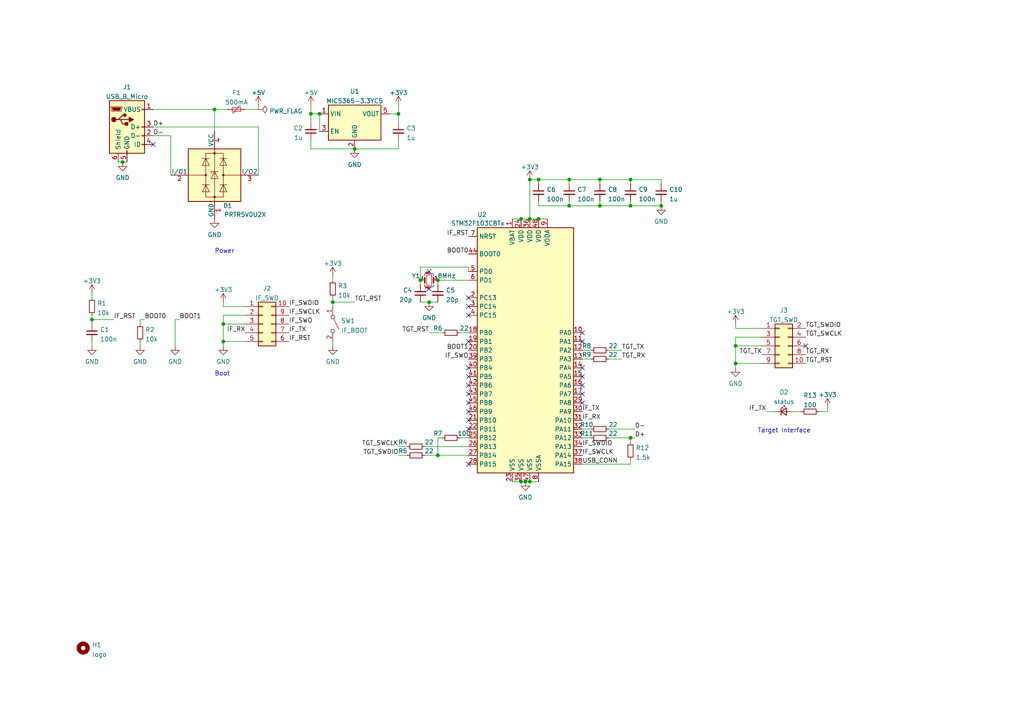
<source format=kicad_sch>
(kicad_sch (version 20230121) (generator eeschema)
  (paper "A4")
  (lib_symbols
    (symbol "Connector:USB_B_Micro" (pin_names (offset 1.016))
      (property "Reference" "J" (at -5.08 11.43 0))
      (property "Value" "USB_B_Micro" (at -5.08 8.89 0))
      (symbol "USB_B_Micro_0_1"
        (rectangle (start -5.08 -7.62) (end 5.08 7.62) (stroke (width 0.254)) (fill (type background)))
        (circle (center -3.81 2.159) (radius 0.635) (stroke (width 0.254)) (fill (type outline)))
        (circle (center -0.635 3.429) (radius 0.381) (stroke (width 0.254)) (fill (type outline)))
        (rectangle (start -0.127 -7.62) (end 0.127 -6.858))
        (polyline (pts (xy -1.905 2.159) (xy 0.635 2.159)) (stroke (width 0.254)))
        (polyline (pts (xy -3.175 2.159) (xy -2.54 2.159) (xy -1.27 3.429) (xy -0.635 3.429)) (stroke (width 0.254)))
        (polyline (pts (xy -2.54 2.159) (xy -1.905 2.159) (xy -1.27 0.889) (xy 0 0.889)) (stroke (width 0.254)))
        (polyline (pts (xy 0.635 2.794) (xy 0.635 1.524) (xy 1.905 2.159) (xy 0.635 2.794)) (stroke (width 0.254)) (fill (type outline)))
        (polyline (pts (xy -4.318 5.588) (xy -1.778 5.588) (xy -2.032 4.826) (xy -4.064 4.826) (xy -4.318 5.588)) (fill (type outline)))
        (polyline (pts (xy -4.699 5.842) (xy -4.699 5.588) (xy -4.445 4.826) (xy -4.445 4.572) (xy -1.651 4.572) (xy -1.651 4.826) (xy -1.397 5.588) (xy -1.397 5.842) (xy -4.699 5.842)))
        (rectangle (start 0.254 1.27) (end -0.508 0.508) (stroke (width 0.254)) (fill (type outline)))
        (rectangle (start 5.08 -5.207) (end 4.318 -4.953))
        (rectangle (start 5.08 -2.667) (end 4.318 -2.413))
        (rectangle (start 5.08 -0.127) (end 4.318 0.127))
        (rectangle (start 5.08 4.953) (end 4.318 5.207))
      )
      (symbol "USB_B_Micro_1_1"
        (pin power_out line (at 7.62 5.08 180) (length 2.54) (name "VBUS") (number "1"))
        (pin bidirectional line (at 7.62 -2.54 180) (length 2.54) (name "D-") (number "2"))
        (pin bidirectional line (at 7.62 0 180) (length 2.54) (name "D+") (number "3"))
        (pin passive line (at 7.62 -5.08 180) (length 2.54) (name "ID") (number "4"))
        (pin power_out line (at 0 -10.16 90) (length 2.54) (name "GND") (number "5"))
        (pin passive line (at -2.54 -10.16 90) (length 2.54) (name "Shield") (number "6"))
      )
    )
    (symbol "Connector_Generic:Conn_02x05_Counter_Clockwise" (pin_names (offset 1.016) hide)
      (property "Reference" "J" (at 1.27 7.62 0))
      (property "Value" "Conn_02x05_Counter_Clockwise" (at 1.27 -7.62 0))
      (symbol "Conn_02x05_Counter_Clockwise_1_1"
        (rectangle (start -1.27 -4.953) (end 0 -5.207) (stroke (width 0.1524)))
        (rectangle (start -1.27 -2.413) (end 0 -2.667) (stroke (width 0.1524)))
        (rectangle (start -1.27 0.127) (end 0 -0.127) (stroke (width 0.1524)))
        (rectangle (start -1.27 2.667) (end 0 2.413) (stroke (width 0.1524)))
        (rectangle (start -1.27 5.207) (end 0 4.953) (stroke (width 0.1524)))
        (rectangle (start -1.27 6.35) (end 3.81 -6.35) (stroke (width 0.254)) (fill (type background)))
        (rectangle (start 3.81 -4.953) (end 2.54 -5.207) (stroke (width 0.1524)))
        (rectangle (start 3.81 -2.413) (end 2.54 -2.667) (stroke (width 0.1524)))
        (rectangle (start 3.81 0.127) (end 2.54 -0.127) (stroke (width 0.1524)))
        (rectangle (start 3.81 2.667) (end 2.54 2.413) (stroke (width 0.1524)))
        (rectangle (start 3.81 5.207) (end 2.54 4.953) (stroke (width 0.1524)))
        (pin passive line (at -5.08 5.08 0) (length 3.81) (name "Pin_1") (number "1"))
        (pin passive line (at 7.62 5.08 180) (length 3.81) (name "Pin_10") (number "10"))
        (pin passive line (at -5.08 2.54 0) (length 3.81) (name "Pin_2") (number "2"))
        (pin passive line (at -5.08 0 0) (length 3.81) (name "Pin_3") (number "3"))
        (pin passive line (at -5.08 -2.54 0) (length 3.81) (name "Pin_4") (number "4"))
        (pin passive line (at -5.08 -5.08 0) (length 3.81) (name "Pin_5") (number "5"))
        (pin passive line (at 7.62 -5.08 180) (length 3.81) (name "Pin_6") (number "6"))
        (pin passive line (at 7.62 -2.54 180) (length 3.81) (name "Pin_7") (number "7"))
        (pin passive line (at 7.62 0 180) (length 3.81) (name "Pin_8") (number "8"))
        (pin passive line (at 7.62 2.54 180) (length 3.81) (name "Pin_9") (number "9"))
      )
    )
    (symbol "Connector_Generic:Conn_02x05_Odd_Even" (pin_names (offset 1.016) hide)
      (property "Reference" "J" (at 1.27 7.62 0))
      (property "Value" "Conn_02x05_Odd_Even" (at 1.27 -7.62 0))
      (symbol "Conn_02x05_Odd_Even_1_1"
        (rectangle (start -1.27 -4.953) (end 0 -5.207) (stroke (width 0.1524)))
        (rectangle (start -1.27 -2.413) (end 0 -2.667) (stroke (width 0.1524)))
        (rectangle (start -1.27 0.127) (end 0 -0.127) (stroke (width 0.1524)))
        (rectangle (start -1.27 2.667) (end 0 2.413) (stroke (width 0.1524)))
        (rectangle (start -1.27 5.207) (end 0 4.953) (stroke (width 0.1524)))
        (rectangle (start -1.27 6.35) (end 3.81 -6.35) (stroke (width 0.254)) (fill (type background)))
        (rectangle (start 3.81 -4.953) (end 2.54 -5.207) (stroke (width 0.1524)))
        (rectangle (start 3.81 -2.413) (end 2.54 -2.667) (stroke (width 0.1524)))
        (rectangle (start 3.81 0.127) (end 2.54 -0.127) (stroke (width 0.1524)))
        (rectangle (start 3.81 2.667) (end 2.54 2.413) (stroke (width 0.1524)))
        (rectangle (start 3.81 5.207) (end 2.54 4.953) (stroke (width 0.1524)))
        (pin passive line (at -5.08 5.08 0) (length 3.81) (name "Pin_1") (number "1"))
        (pin passive line (at 7.62 -5.08 180) (length 3.81) (name "Pin_10") (number "10"))
        (pin passive line (at 7.62 5.08 180) (length 3.81) (name "Pin_2") (number "2"))
        (pin passive line (at -5.08 2.54 0) (length 3.81) (name "Pin_3") (number "3"))
        (pin passive line (at 7.62 2.54 180) (length 3.81) (name "Pin_4") (number "4"))
        (pin passive line (at -5.08 0 0) (length 3.81) (name "Pin_5") (number "5"))
        (pin passive line (at 7.62 0 180) (length 3.81) (name "Pin_6") (number "6"))
        (pin passive line (at -5.08 -2.54 0) (length 3.81) (name "Pin_7") (number "7"))
        (pin passive line (at 7.62 -2.54 180) (length 3.81) (name "Pin_8") (number "8"))
        (pin passive line (at -5.08 -5.08 0) (length 3.81) (name "Pin_9") (number "9"))
      )
    )
    (symbol "Device:C_Small" (pin_numbers hide) (pin_names (offset 0.254) hide)
      (property "Reference" "C" (at 0.254 1.778 0))
      (property "Value" "C_Small" (at 0.254 -2.032 0))
      (symbol "C_Small_0_1"
        (polyline (pts (xy -1.524 -0.508) (xy 1.524 -0.508)) (stroke (width 0.3302)))
        (polyline (pts (xy -1.524 0.508) (xy 1.524 0.508)) (stroke (width 0.3048)))
      )
      (symbol "C_Small_1_1"
        (pin passive line (at 0 2.54 270) (length 2.032) (name "~") (number "1"))
        (pin passive line (at 0 -2.54 90) (length 2.032) (name "~") (number "2"))
      )
    )
    (symbol "Device:Crystal_GND24_Small" (pin_names (offset 1.016) hide)
      (property "Reference" "Y" (at 1.27 4.445 0))
      (property "Value" "Crystal_GND24_Small" (at 1.27 2.54 0))
      (symbol "Crystal_GND24_Small_0_1"
        (rectangle (start -0.762 -1.524) (end 0.762 1.524))
        (polyline (pts (xy -1.27 -0.762) (xy -1.27 0.762)) (stroke (width 0.381)))
        (polyline (pts (xy 1.27 -0.762) (xy 1.27 0.762)) (stroke (width 0.381)))
        (polyline (pts (xy -1.27 -1.27) (xy -1.27 -1.905) (xy 1.27 -1.905) (xy 1.27 -1.27)))
        (polyline (pts (xy -1.27 1.27) (xy -1.27 1.905) (xy 1.27 1.905) (xy 1.27 1.27)))
      )
      (symbol "Crystal_GND24_Small_1_1"
        (pin passive line (at -2.54 0 0) (length 1.27) (name "1") (number "1"))
        (pin passive line (at 0 -2.54 90) (length 0.635) (name "2") (number "2"))
        (pin passive line (at 2.54 0 180) (length 1.27) (name "3") (number "3"))
        (pin passive line (at 0 2.54 270) (length 0.635) (name "4") (number "4"))
      )
    )
    (symbol "Device:LED_Small" (pin_numbers hide) (pin_names (offset 0.254) hide)
      (property "Reference" "D" (at -1.27 3.175 0))
      (property "Value" "LED_Small" (at -4.445 -2.54 0))
      (symbol "LED_Small_0_1"
        (polyline (pts (xy -0.762 -1.016) (xy -0.762 1.016)) (stroke (width 0.254)))
        (polyline (pts (xy 1.016 0) (xy -0.762 0)))
        (polyline (pts (xy 0.762 -1.016) (xy -0.762 0) (xy 0.762 1.016) (xy 0.762 -1.016)) (stroke (width 0.254)))
        (polyline (pts (xy 0 0.762) (xy -0.508 1.27) (xy -0.254 1.27) (xy -0.508 1.27) (xy -0.508 1.016)))
        (polyline (pts (xy 0.508 1.27) (xy 0 1.778) (xy 0.254 1.778) (xy 0 1.778) (xy 0 1.524)))
      )
      (symbol "LED_Small_1_1"
        (pin passive line (at -2.54 0 0) (length 1.778) (name "K") (number "1"))
        (pin passive line (at 2.54 0 180) (length 1.778) (name "A") (number "2"))
      )
    )
    (symbol "Device:Polyfuse_Small" (pin_numbers hide) (pin_names (offset 0))
      (property "Reference" "F" (at -1.905 0 90))
      (property "Value" "Polyfuse_Small" (at 1.905 0 90))
      (symbol "Polyfuse_Small_0_1"
        (rectangle (start -0.508 1.27) (end 0.508 -1.27))
        (polyline (pts (xy 0 2.54) (xy 0 -2.54)))
        (polyline (pts (xy -1.016 1.27) (xy -1.016 0.762) (xy 1.016 -0.762) (xy 1.016 -1.27)))
      )
      (symbol "Polyfuse_Small_1_1"
        (pin passive line (at 0 2.54 270) (length 0.635) (name "~") (number "1"))
        (pin passive line (at 0 -2.54 90) (length 0.635) (name "~") (number "2"))
      )
    )
    (symbol "Device:R_Small" (pin_numbers hide) (pin_names (offset 0.254) hide)
      (property "Reference" "R" (at 0.762 0.508 0))
      (property "Value" "R_Small" (at 0.762 -1.016 0))
      (symbol "R_Small_0_1"
        (rectangle (start -0.762 1.778) (end 0.762 -1.778) (stroke (width 0.2032)))
      )
      (symbol "R_Small_1_1"
        (pin passive line (at 0 2.54 270) (length 0.762) (name "~") (number "1"))
        (pin passive line (at 0 -2.54 90) (length 0.762) (name "~") (number "2"))
      )
    )
    (symbol "MCU_ST_STM32F1:STM32F103CBTx"
      (property "Reference" "U" (at -15.24 36.83 0))
      (property "Value" "STM32F103CBTx" (at 7.62 36.83 0))
      (symbol "STM32F103CBTx_0_1"
        (rectangle (start -15.24 -35.56) (end 12.7 35.56) (stroke (width 0.254)) (fill (type background)))
      )
      (symbol "STM32F103CBTx_1_1"
        (pin power_in line (at -5.08 38.1 270) (length 2.54) (name "VBAT") (number "1"))
        (pin bidirectional line (at 15.24 5.08 180) (length 2.54) (name "PA0") (number "10"))
        (pin bidirectional line (at 15.24 2.54 180) (length 2.54) (name "PA1") (number "11"))
        (pin bidirectional line (at 15.24 0 180) (length 2.54) (name "PA2") (number "12"))
        (pin bidirectional line (at 15.24 -2.54 180) (length 2.54) (name "PA3") (number "13"))
        (pin bidirectional line (at 15.24 -5.08 180) (length 2.54) (name "PA4") (number "14"))
        (pin bidirectional line (at 15.24 -7.62 180) (length 2.54) (name "PA5") (number "15"))
        (pin bidirectional line (at 15.24 -10.16 180) (length 2.54) (name "PA6") (number "16"))
        (pin bidirectional line (at 15.24 -12.7 180) (length 2.54) (name "PA7") (number "17"))
        (pin bidirectional line (at -17.78 5.08 0) (length 2.54) (name "PB0") (number "18"))
        (pin bidirectional line (at -17.78 2.54 0) (length 2.54) (name "PB1") (number "19"))
        (pin bidirectional line (at -17.78 15.24 0) (length 2.54) (name "PC13") (number "2"))
        (pin bidirectional line (at -17.78 0 0) (length 2.54) (name "PB2") (number "20"))
        (pin bidirectional line (at -17.78 -20.32 0) (length 2.54) (name "PB10") (number "21"))
        (pin bidirectional line (at -17.78 -22.86 0) (length 2.54) (name "PB11") (number "22"))
        (pin power_in line (at -5.08 -38.1 90) (length 2.54) (name "VSS") (number "23"))
        (pin power_in line (at -2.54 38.1 270) (length 2.54) (name "VDD") (number "24"))
        (pin bidirectional line (at -17.78 -25.4 0) (length 2.54) (name "PB12") (number "25"))
        (pin bidirectional line (at -17.78 -27.94 0) (length 2.54) (name "PB13") (number "26"))
        (pin bidirectional line (at -17.78 -30.48 0) (length 2.54) (name "PB14") (number "27"))
        (pin bidirectional line (at -17.78 -33.02 0) (length 2.54) (name "PB15") (number "28"))
        (pin bidirectional line (at 15.24 -15.24 180) (length 2.54) (name "PA8") (number "29"))
        (pin bidirectional line (at -17.78 12.7 0) (length 2.54) (name "PC14") (number "3"))
        (pin bidirectional line (at 15.24 -17.78 180) (length 2.54) (name "PA9") (number "30"))
        (pin bidirectional line (at 15.24 -20.32 180) (length 2.54) (name "PA10") (number "31"))
        (pin bidirectional line (at 15.24 -22.86 180) (length 2.54) (name "PA11") (number "32"))
        (pin bidirectional line (at 15.24 -25.4 180) (length 2.54) (name "PA12") (number "33"))
        (pin bidirectional line (at 15.24 -27.94 180) (length 2.54) (name "PA13") (number "34"))
        (pin power_in line (at -2.54 -38.1 90) (length 2.54) (name "VSS") (number "35"))
        (pin power_in line (at 0 38.1 270) (length 2.54) (name "VDD") (number "36"))
        (pin bidirectional line (at 15.24 -30.48 180) (length 2.54) (name "PA14") (number "37"))
        (pin bidirectional line (at 15.24 -33.02 180) (length 2.54) (name "PA15") (number "38"))
        (pin bidirectional line (at -17.78 -2.54 0) (length 2.54) (name "PB3") (number "39"))
        (pin bidirectional line (at -17.78 10.16 0) (length 2.54) (name "PC15") (number "4"))
        (pin bidirectional line (at -17.78 -5.08 0) (length 2.54) (name "PB4") (number "40"))
        (pin bidirectional line (at -17.78 -7.62 0) (length 2.54) (name "PB5") (number "41"))
        (pin bidirectional line (at -17.78 -10.16 0) (length 2.54) (name "PB6") (number "42"))
        (pin bidirectional line (at -17.78 -12.7 0) (length 2.54) (name "PB7") (number "43"))
        (pin input line (at -17.78 27.94 0) (length 2.54) (name "BOOT0") (number "44"))
        (pin bidirectional line (at -17.78 -15.24 0) (length 2.54) (name "PB8") (number "45"))
        (pin bidirectional line (at -17.78 -17.78 0) (length 2.54) (name "PB9") (number "46"))
        (pin power_in line (at 0 -38.1 90) (length 2.54) (name "VSS") (number "47"))
        (pin power_in line (at 2.54 38.1 270) (length 2.54) (name "VDD") (number "48"))
        (pin input line (at -17.78 22.86 0) (length 2.54) (name "PD0") (number "5"))
        (pin input line (at -17.78 20.32 0) (length 2.54) (name "PD1") (number "6"))
        (pin input line (at -17.78 33.02 0) (length 2.54) (name "NRST") (number "7"))
        (pin power_in line (at 2.54 -38.1 90) (length 2.54) (name "VSSA") (number "8"))
        (pin power_in line (at 5.08 38.1 270) (length 2.54) (name "VDDA") (number "9"))
      )
    )
    (symbol "Mechanical:MountingHole" (pin_names (offset 1.016))
      (property "Reference" "H" (at 0 5.08 0))
      (property "Value" "MountingHole" (at 0 3.175 0))
      (symbol "MountingHole_0_1"
        (circle (center 0 0) (radius 1.27) (stroke (width 1.27)))
      )
    )
    (symbol "Power_Protection:PRTR5V0U2X" (pin_names (offset 0))
      (property "Reference" "D" (at 2.794 8.636 0))
      (property "Value" "PRTR5V0U2X" (at 8.128 -9.398 0))
      (symbol "PRTR5V0U2X_0_1"
        (rectangle (start -7.62 -7.62) (end 7.62 7.62) (stroke (width 0.254)) (fill (type background)))
        (circle (center -2.54 0) (radius 0.254) (fill (type outline)))
        (rectangle (start -2.54 6.35) (end 2.54 -6.35))
        (circle (center 0 -6.35) (radius 0.254) (fill (type outline)))
        (polyline (pts (xy -2.54 0) (xy -7.62 0)))
        (polyline (pts (xy -1.524 -2.794) (xy -3.556 -2.794)))
        (polyline (pts (xy -1.524 4.826) (xy -3.556 4.826)))
        (polyline (pts (xy 0 -7.62) (xy 0 7.62)))
        (polyline (pts (xy 1.524 -2.794) (xy 3.556 -2.794)))
        (polyline (pts (xy 1.524 4.826) (xy 3.556 4.826)))
        (polyline (pts (xy 2.54 0) (xy 7.62 0)))
        (polyline (pts (xy 1.016 1.016) (xy -1.016 1.016) (xy -1.016 0.508)))
        (polyline (pts (xy -3.556 -4.826) (xy -1.524 -4.826) (xy -2.54 -2.794) (xy -3.556 -4.826)))
        (polyline (pts (xy -3.556 2.794) (xy -1.524 2.794) (xy -2.54 4.826) (xy -3.556 2.794)))
        (polyline (pts (xy -1.016 -1.016) (xy 1.016 -1.016) (xy 0 1.016) (xy -1.016 -1.016)))
        (polyline (pts (xy 3.556 -4.826) (xy 1.524 -4.826) (xy 2.54 -2.794) (xy 3.556 -4.826)))
        (polyline (pts (xy 3.556 2.794) (xy 1.524 2.794) (xy 2.54 4.826) (xy 3.556 2.794)))
        (circle (center 0 6.35) (radius 0.254) (fill (type outline)))
        (circle (center 2.54 0) (radius 0.254) (fill (type outline)))
      )
      (symbol "PRTR5V0U2X_1_1"
        (pin passive line (at 0 -12.7 90) (length 5.08) (name "GND") (number "1"))
        (pin passive line (at -12.7 0 0) (length 5.08) (name "I/O1") (number "2"))
        (pin passive line (at 12.7 0 180) (length 5.08) (name "I/O2") (number "3"))
        (pin passive line (at 0 12.7 270) (length 5.08) (name "VCC") (number "4"))
      )
    )
    (symbol "Regulator_Linear:MIC5365-3.3YC5"
      (property "Reference" "U" (at -6.35 6.35 0))
      (property "Value" "MIC5365-3.3YC5" (at 0 6.35 0))
      (symbol "MIC5365-3.3YC5_0_1"
        (rectangle (start -7.62 -5.08) (end 7.62 5.08) (stroke (width 0.254)) (fill (type background)))
      )
      (symbol "MIC5365-3.3YC5_1_1"
        (pin power_in line (at -10.16 2.54 0) (length 2.54) (name "VIN") (number "1"))
        (pin power_in line (at 0 -7.62 90) (length 2.54) (name "GND") (number "2"))
        (pin input line (at -10.16 -2.54 0) (length 2.54) (name "EN") (number "3"))
        (pin no_connect line (at 7.62 -2.54 180) (length 2.54) hide (name "NC") (number "4"))
        (pin power_out line (at 10.16 2.54 180) (length 2.54) (name "VOUT") (number "5"))
      )
    )
    (symbol "Switch:SW_SPST" (pin_names (offset 0) hide)
      (property "Reference" "SW" (at 0 3.175 0))
      (property "Value" "SW_SPST" (at 0 -2.54 0))
      (symbol "SW_SPST_0_0"
        (circle (center -2.032 0) (radius 0.508))
        (polyline (pts (xy -1.524 0.254) (xy 1.524 1.778)))
        (circle (center 2.032 0) (radius 0.508))
      )
      (symbol "SW_SPST_1_1"
        (pin passive line (at -5.08 0 0) (length 2.54) (name "A") (number "1"))
        (pin passive line (at 5.08 0 180) (length 2.54) (name "B") (number "2"))
      )
    )
    (symbol "power:+3V3" (power) (pin_names (offset 0))
      (property "Value" "+3V3" (at 0 3.556 0))
      (symbol "+3V3_0_1"
        (polyline (pts (xy -0.762 1.27) (xy 0 2.54)))
        (polyline (pts (xy 0 0) (xy 0 2.54)))
        (polyline (pts (xy 0 2.54) (xy 0.762 1.27)))
      )
      (symbol "+3V3_1_1"
        (pin power_in line (at 0 0 90) (length 0) hide (name "+3V3") (number "1"))
      )
    )
    (symbol "power:+5V" (power) (pin_names (offset 0))
      (property "Value" "+5V" (at 0 3.556 0))
      (symbol "+5V_0_1"
        (polyline (pts (xy -0.762 1.27) (xy 0 2.54)))
        (polyline (pts (xy 0 0) (xy 0 2.54)))
        (polyline (pts (xy 0 2.54) (xy 0.762 1.27)))
      )
      (symbol "+5V_1_1"
        (pin power_in line (at 0 0 90) (length 0) hide (name "+5V") (number "1"))
      )
    )
    (symbol "power:GND" (power) (pin_names (offset 0))
      (property "Value" "GND" (at 0 -3.81 0))
      (symbol "GND_0_1"
        (polyline (pts (xy 0 0) (xy 0 -1.27) (xy 1.27 -1.27) (xy 0 -2.54) (xy -1.27 -1.27) (xy 0 -1.27)))
      )
      (symbol "GND_1_1"
        (pin power_in line (at 0 0 270) (length 0) hide (name "GND") (number "1"))
      )
    )
    (symbol "power:PWR_FLAG" (power) (pin_numbers hide) (pin_names (offset 0) hide)
      (property "Value" "PWR_FLAG" (at 0 3.81 0))
      (symbol "PWR_FLAG_0_0"
        (pin power_out line (at 0 0 90) (length 0) (name "pwr") (number "1"))
      )
      (symbol "PWR_FLAG_0_1"
        (polyline (pts (xy 0 0) (xy 0 1.27) (xy -1.016 1.905) (xy 0 2.54) (xy 1.016 1.905) (xy 0 1.27)))
      )
    )
  )
  (junction (at 64.77 99.06))
  (junction (at 213.36 100.33))
  (junction (at 173.99 52.07))
  (junction (at 127 132.08))
  (junction (at 92.71 33.02))
  (junction (at 213.36 105.41))
  (junction (at 153.67 139.7))
  (junction (at 191.77 59.69))
  (junction (at 96.52 87.63))
  (junction (at 152.4 139.7))
  (junction (at 156.21 52.07))
  (junction (at 151.13 63.5))
  (junction (at 151.13 139.7))
  (junction (at 165.1 52.07))
  (junction (at 182.88 127))
  (junction (at 35.56 46.99))
  (junction (at 115.57 33.02))
  (junction (at 124.46 87.63))
  (junction (at 90.17 33.02))
  (junction (at 153.67 52.07))
  (junction (at 156.21 63.5))
  (junction (at 182.88 59.69))
  (junction (at 62.23 31.75))
  (junction (at 26.67 92.71))
  (junction (at 64.77 93.98))
  (junction (at 102.87 43.18))
  (junction (at 127 81.28))
  (junction (at 182.88 52.07))
  (junction (at 165.1 59.69))
  (junction (at 173.99 59.69))
  (junction (at 153.67 63.5))
  (junction (at 121.92 81.28))
  (no_connect (at 168.91 99.06))
  (no_connect (at 168.91 106.68))
  (no_connect (at 168.91 109.22))
  (no_connect (at 168.91 116.84))
  (no_connect (at 168.91 111.76))
  (no_connect (at 168.91 114.3))
  (no_connect (at 233.68 100.33))
  (no_connect (at 124.46 83.82))
  (no_connect (at 124.46 78.74))
  (no_connect (at 44.45 41.91))
  (no_connect (at 168.91 96.52))
  (no_connect (at 135.89 86.36))
  (no_connect (at 135.89 106.68))
  (no_connect (at 135.89 99.06))
  (no_connect (at 135.89 91.44))
  (no_connect (at 135.89 88.9))
  (no_connect (at 135.89 109.22))
  (no_connect (at 135.89 111.76))
  (no_connect (at 135.89 134.62))
  (no_connect (at 135.89 124.46))
  (no_connect (at 135.89 121.92))
  (no_connect (at 135.89 114.3))
  (no_connect (at 135.89 116.84))
  (no_connect (at 135.89 119.38))
  (wire (pts (xy 26.67 91.44) (xy 26.67 92.71)))
  (wire (pts (xy 213.36 105.41) (xy 213.36 106.68)))
  (wire (pts (xy 133.35 127) (xy 135.89 127)))
  (wire (pts (xy 64.77 91.44) (xy 71.12 91.44)))
  (wire (pts (xy 182.88 59.69) (xy 191.77 59.69)))
  (wire (pts (xy 229.87 119.38) (xy 232.41 119.38)))
  (wire (pts (xy 133.35 96.52) (xy 135.89 96.52)))
  (wire (pts (xy 90.17 33.02) (xy 92.71 33.02)))
  (wire (pts (xy 64.77 93.98) (xy 71.12 93.98)))
  (wire (pts (xy 44.45 39.37) (xy 49.53 39.37)))
  (wire (pts (xy 156.21 63.5) (xy 158.75 63.5)))
  (wire (pts (xy 153.67 139.7) (xy 156.21 139.7)))
  (wire (pts (xy 173.99 58.42) (xy 173.99 59.69)))
  (wire (pts (xy 156.21 52.07) (xy 156.21 53.34)))
  (wire (pts (xy 71.12 31.75) (xy 74.93 31.75)))
  (wire (pts (xy 182.88 127) (xy 184.15 127)))
  (wire (pts (xy 213.36 100.33) (xy 220.98 100.33)))
  (wire (pts (xy 127 81.28) (xy 135.89 81.28)))
  (wire (pts (xy 191.77 53.34) (xy 191.77 52.07)))
  (wire (pts (xy 168.91 101.6) (xy 171.45 101.6)))
  (wire (pts (xy 26.67 92.71) (xy 26.67 93.98)))
  (wire (pts (xy 115.57 132.08) (xy 118.11 132.08)))
  (wire (pts (xy 153.67 52.07) (xy 153.67 63.5)))
  (wire (pts (xy 176.53 104.14) (xy 180.34 104.14)))
  (wire (pts (xy 124.46 87.63) (xy 127 87.63)))
  (wire (pts (xy 135.89 77.47) (xy 135.89 78.74)))
  (wire (pts (xy 90.17 30.48) (xy 90.17 33.02)))
  (wire (pts (xy 168.91 104.14) (xy 171.45 104.14)))
  (wire (pts (xy 220.98 97.79) (xy 213.36 97.79)))
  (wire (pts (xy 213.36 100.33) (xy 213.36 105.41)))
  (wire (pts (xy 64.77 87.63) (xy 64.77 88.9)))
  (wire (pts (xy 62.23 31.75) (xy 62.23 38.1)))
  (wire (pts (xy 35.56 46.99) (xy 36.83 46.99)))
  (wire (pts (xy 148.59 139.7) (xy 151.13 139.7)))
  (wire (pts (xy 44.45 36.83) (xy 74.93 36.83)))
  (wire (pts (xy 41.91 92.71) (xy 40.64 92.71)))
  (wire (pts (xy 151.13 63.5) (xy 153.67 63.5)))
  (wire (pts (xy 153.67 63.5) (xy 156.21 63.5)))
  (wire (pts (xy 240.03 119.38) (xy 240.03 118.11)))
  (wire (pts (xy 124.46 96.52) (xy 128.27 96.52)))
  (wire (pts (xy 96.52 87.63) (xy 96.52 88.9)))
  (wire (pts (xy 50.8 100.33) (xy 50.8 92.71)))
  (wire (pts (xy 115.57 33.02) (xy 115.57 35.56)))
  (wire (pts (xy 44.45 31.75) (xy 62.23 31.75)))
  (wire (pts (xy 64.77 100.33) (xy 64.77 99.06)))
  (wire (pts (xy 127 127) (xy 127 132.08)))
  (wire (pts (xy 156.21 59.69) (xy 165.1 59.69)))
  (wire (pts (xy 213.36 95.25) (xy 220.98 95.25)))
  (wire (pts (xy 182.88 58.42) (xy 182.88 59.69)))
  (wire (pts (xy 90.17 33.02) (xy 90.17 35.56)))
  (wire (pts (xy 176.53 124.46) (xy 184.15 124.46)))
  (wire (pts (xy 74.93 30.48) (xy 74.93 31.75)))
  (wire (pts (xy 152.4 139.7) (xy 153.67 139.7)))
  (wire (pts (xy 115.57 43.18) (xy 115.57 40.64)))
  (wire (pts (xy 156.21 58.42) (xy 156.21 59.69)))
  (wire (pts (xy 121.92 87.63) (xy 124.46 87.63)))
  (wire (pts (xy 64.77 88.9) (xy 71.12 88.9)))
  (wire (pts (xy 34.29 46.99) (xy 35.56 46.99)))
  (wire (pts (xy 123.19 132.08) (xy 127 132.08)))
  (wire (pts (xy 191.77 58.42) (xy 191.77 59.69)))
  (wire (pts (xy 121.92 77.47) (xy 121.92 81.28)))
  (wire (pts (xy 123.19 129.54) (xy 135.89 129.54)))
  (wire (pts (xy 96.52 99.06) (xy 96.52 100.33)))
  (wire (pts (xy 115.57 129.54) (xy 118.11 129.54)))
  (wire (pts (xy 148.59 63.5) (xy 151.13 63.5)))
  (wire (pts (xy 102.87 87.63) (xy 96.52 87.63)))
  (wire (pts (xy 96.52 80.01) (xy 96.52 81.28)))
  (wire (pts (xy 153.67 52.07) (xy 156.21 52.07)))
  (wire (pts (xy 128.27 127) (xy 127 127)))
  (wire (pts (xy 92.71 33.02) (xy 92.71 38.1)))
  (wire (pts (xy 40.64 92.71) (xy 40.64 93.98)))
  (wire (pts (xy 182.88 134.62) (xy 182.88 133.35)))
  (wire (pts (xy 33.02 92.71) (xy 26.67 92.71)))
  (wire (pts (xy 165.1 52.07) (xy 165.1 53.34)))
  (wire (pts (xy 213.36 93.98) (xy 213.36 95.25)))
  (wire (pts (xy 102.87 43.18) (xy 115.57 43.18)))
  (wire (pts (xy 26.67 85.09) (xy 26.67 86.36)))
  (wire (pts (xy 165.1 59.69) (xy 173.99 59.69)))
  (wire (pts (xy 173.99 52.07) (xy 173.99 53.34)))
  (wire (pts (xy 168.91 134.62) (xy 182.88 134.62)))
  (wire (pts (xy 176.53 127) (xy 182.88 127)))
  (wire (pts (xy 62.23 31.75) (xy 66.04 31.75)))
  (wire (pts (xy 115.57 33.02) (xy 115.57 30.48)))
  (wire (pts (xy 90.17 40.64) (xy 90.17 43.18)))
  (wire (pts (xy 127 82.55) (xy 127 81.28)))
  (wire (pts (xy 182.88 52.07) (xy 191.77 52.07)))
  (wire (pts (xy 237.49 119.38) (xy 240.03 119.38)))
  (wire (pts (xy 156.21 52.07) (xy 165.1 52.07)))
  (wire (pts (xy 182.88 127) (xy 182.88 128.27)))
  (wire (pts (xy 74.93 36.83) (xy 74.93 50.8)))
  (wire (pts (xy 96.52 87.63) (xy 96.52 86.36)))
  (wire (pts (xy 222.25 119.38) (xy 224.79 119.38)))
  (wire (pts (xy 50.8 92.71) (xy 52.07 92.71)))
  (wire (pts (xy 173.99 59.69) (xy 182.88 59.69)))
  (wire (pts (xy 213.36 105.41) (xy 220.98 105.41)))
  (wire (pts (xy 173.99 52.07) (xy 182.88 52.07)))
  (wire (pts (xy 165.1 52.07) (xy 173.99 52.07)))
  (wire (pts (xy 40.64 99.06) (xy 40.64 100.33)))
  (wire (pts (xy 121.92 77.47) (xy 135.89 77.47)))
  (wire (pts (xy 64.77 99.06) (xy 71.12 99.06)))
  (wire (pts (xy 127 132.08) (xy 135.89 132.08)))
  (wire (pts (xy 176.53 101.6) (xy 180.34 101.6)))
  (wire (pts (xy 64.77 93.98) (xy 64.77 91.44)))
  (wire (pts (xy 168.91 127) (xy 171.45 127)))
  (wire (pts (xy 26.67 99.06) (xy 26.67 100.33)))
  (wire (pts (xy 168.91 124.46) (xy 171.45 124.46)))
  (wire (pts (xy 213.36 97.79) (xy 213.36 100.33)))
  (wire (pts (xy 165.1 58.42) (xy 165.1 59.69)))
  (wire (pts (xy 64.77 99.06) (xy 64.77 93.98)))
  (wire (pts (xy 182.88 52.07) (xy 182.88 53.34)))
  (wire (pts (xy 49.53 50.8) (xy 49.53 39.37)))
  (wire (pts (xy 113.03 33.02) (xy 115.57 33.02)))
  (wire (pts (xy 151.13 139.7) (xy 152.4 139.7)))
  (wire (pts (xy 121.92 82.55) (xy 121.92 81.28)))
  (wire (pts (xy 90.17 43.18) (xy 102.87 43.18)))
  (text "Boot" (at 62.23 109.22 0) (effects (font (size 1.27 1.27)) (justify left bottom)))
  (text "Target Interface" (at 219.71 125.73 0) (effects (font (size 1.27 1.27)) (justify left bottom)))
  (text "Power" (at 62.23 73.66 0) (effects (font (size 1.27 1.27)) (justify left bottom)))
  (label "IF_SWCLK" (at 168.91 132.08 0))
  (label "USB_CONN" (at 168.91 134.62 0))
  (label "IF_SWCLK" (at 83.82 91.44 0))
  (label "D-" (at 44.45 39.37 0))
  (label "TGT_SWDIO" (at 233.68 95.25 0))
  (label "IF_RX" (at 71.12 96.52 180))
  (label "D+" (at 44.45 36.83 0))
  (label "IF_TX" (at 168.91 119.38 0))
  (label "D+" (at 184.15 127 0))
  (label "TGT_RST" (at 102.87 87.63 0))
  (label "IF_RX" (at 168.91 121.92 0))
  (label "BOOT0" (at 135.89 73.66 180))
  (label "TGT_TX" (at 180.34 101.6 0))
  (label "IF_SWO" (at 135.89 104.14 180))
  (label "TGT_RST" (at 124.46 96.52 180))
  (label "IF_RST" (at 83.82 99.06 0))
  (label "TGT_SWDIO" (at 115.57 132.08 180))
  (label "TGT_RX" (at 180.34 104.14 0))
  (label "IF_SWO" (at 83.82 93.98 0))
  (label "TGT_RST" (at 233.68 105.41 0))
  (label "BOOT1" (at 52.07 92.71 0))
  (label "IF_SWDIO" (at 83.82 88.9 0))
  (label "D-" (at 184.15 124.46 0))
  (label "TGT_RX" (at 233.68 102.87 0))
  (label "IF_TX" (at 222.25 119.38 180))
  (label "IF_SWDIO" (at 168.91 129.54 0))
  (label "BOOT1" (at 135.89 101.6 180))
  (label "IF_TX" (at 83.82 96.52 0))
  (label "TGT_TX" (at 220.98 102.87 180))
  (label "IF_RST" (at 135.89 68.58 180))
  (label "IF_RST" (at 33.02 92.71 0))
  (label "TGT_SWCLK" (at 115.57 129.54 180))
  (label "BOOT0" (at 41.91 92.71 0))
  (label "TGT_SWCLK" (at 233.68 97.79 0))
  (symbol (lib_id "Device:R_Small") (at 173.99 104.14 90) (unit 1)
    (property "Reference" "R9" (at 170.18 102.87 90))
    (property "Value" "22" (at 177.8 102.87 90))
    (property "Footprint" "Resistor_SMD:R_0603_1608Metric" (effects hide))
  )
  (symbol (lib_id "power:+3V3") (at 64.77 87.63 0) (unit 1)
    (property "Reference" "#PWR07" (effects hide))
    (property "Value" "+3V3" (at 64.77 84.0255 0))
  )
  (symbol (lib_id "power:PWR_FLAG") (at 74.93 31.75 270) (unit 1)
    (property "Reference" "#FLG0101" (effects hide))
    (property "Value" "PWR_FLAG" (at 78.105 32.229 90) (effects (justify left)))
  )
  (symbol (lib_id "power:+3V3") (at 96.52 80.01 0) (unit 1)
    (property "Reference" "#PWR012" (effects hide))
    (property "Value" "+3V3" (at 96.52 76.4055 0))
  )
  (symbol (lib_id "Device:LED_Small") (at 227.33 119.38 0) (unit 1)
    (property "Reference" "D2" (at 227.3935 113.7625 0))
    (property "Value" "status" (at 227.3935 116.5376 0))
    (property "Footprint" "LED_SMD:LED_0603_1608Metric" (effects hide))
  )
  (symbol (lib_id "power:+3V3") (at 26.67 85.09 0) (unit 1)
    (property "Reference" "#PWR01" (effects hide))
    (property "Value" "+3V3" (at 26.67 81.4855 0))
  )
  (symbol (lib_id "Device:R_Small") (at 120.65 129.54 90) (unit 1)
    (property "Reference" "R4" (at 116.84 128.27 90))
    (property "Value" "22" (at 124.46 128.27 90))
    (property "Footprint" "Resistor_SMD:R_0603_1608Metric" (effects hide))
  )
  (symbol (lib_id "power:GND") (at 64.77 100.33 0) (unit 1)
    (property "Reference" "#PWR08" (effects hide))
    (property "Value" "GND" (at 64.77 104.8925 0))
  )
  (symbol (lib_id "Device:C_Small") (at 191.77 55.88 0) (mirror y) (unit 1)
    (property "Reference" "C10" (at 194.0941 54.9778 0) (effects (justify right)))
    (property "Value" "1u" (at 194.0941 57.7529 0) (effects (justify right)))
    (property "Footprint" "Capacitor_SMD:C_0603_1608Metric" (effects hide))
  )
  (symbol (lib_id "Connector_Generic:Conn_02x05_Counter_Clockwise") (at 76.2 93.98 0) (unit 1)
    (property "Reference" "J2" (at 77.47 83.6635 0))
    (property "Value" "IF_SWD" (at 77.47 86.4386 0))
    (property "Footprint" "Connector:Tag-Connect_TC2050-IDC-NL_2x05_P1.27mm_Vertical" (effects hide))
  )
  (symbol (lib_id "Device:C_Small") (at 90.17 38.1 0) (mirror x) (unit 1)
    (property "Reference" "C2" (at 87.8459 37.1851 0) (effects (justify right)))
    (property "Value" "1u" (at 87.8459 39.9602 0) (effects (justify right)))
    (property "Footprint" "Capacitor_SMD:C_0603_1608Metric" (effects hide))
  )
  (symbol (lib_id "power:GND") (at 50.8 100.33 0) (unit 1)
    (property "Reference" "#PWR05" (effects hide))
    (property "Value" "GND" (at 50.8 104.8925 0))
  )
  (symbol (lib_id "power:GND") (at 102.87 43.18 0) (unit 1)
    (property "Reference" "#PWR011" (effects hide))
    (property "Value" "GND" (at 102.87 47.7425 0))
  )
  (symbol (lib_id "Device:C_Small") (at 127 85.09 0) (unit 1)
    (property "Reference" "C5" (at 129.3241 84.1878 0) (effects (justify left)))
    (property "Value" "20p" (at 129.3241 86.9629 0) (effects (justify left)))
    (property "Footprint" "Capacitor_SMD:C_0603_1608Metric" (effects hide))
  )
  (symbol (lib_id "power:+5V") (at 74.93 30.48 0) (unit 1)
    (property "Reference" "#PWR09" (effects hide))
    (property "Value" "+5V" (at 74.93 26.8755 0))
  )
  (symbol (lib_id "power:+3V3") (at 240.03 118.11 0) (unit 1)
    (property "Reference" "#PWR021" (effects hide))
    (property "Value" "+3V3" (at 240.03 114.5055 0))
  )
  (symbol (lib_id "Device:R_Small") (at 40.64 96.52 0) (unit 1)
    (property "Reference" "R2" (at 42.1386 95.6115 0) (effects (justify left)))
    (property "Value" "10k" (at 42.1386 98.3866 0) (effects (justify left)))
    (property "Footprint" "Resistor_SMD:R_0603_1608Metric" (effects hide))
  )
  (symbol (lib_id "Device:Crystal_GND24_Small") (at 124.46 81.28 0) (unit 1)
    (property "Reference" "Y1" (at 120.65 80.01 0))
    (property "Value" "8MHz" (at 129.54 80.01 0))
    (property "Footprint" "Crystal:Crystal_SMD_3225-4Pin_3.2x2.5mm" (effects hide))
  )
  (symbol (lib_id "Device:R_Small") (at 173.99 124.46 90) (unit 1)
    (property "Reference" "R10" (at 170.18 123.19 90))
    (property "Value" "22" (at 177.8 123.19 90))
    (property "Footprint" "Resistor_SMD:R_0603_1608Metric" (effects hide))
  )
  (symbol (lib_id "power:+3V3") (at 115.57 30.48 0) (unit 1)
    (property "Reference" "#PWR014" (effects hide))
    (property "Value" "+3V3" (at 115.57 26.8755 0))
  )
  (symbol (lib_id "Device:R_Small") (at 173.99 127 90) (unit 1)
    (property "Reference" "R11" (at 170.18 125.73 90))
    (property "Value" "22" (at 177.8 125.73 90))
    (property "Footprint" "Resistor_SMD:R_0603_1608Metric" (effects hide))
  )
  (symbol (lib_id "Device:R_Small") (at 130.81 96.52 90) (unit 1)
    (property "Reference" "R6" (at 127 95.25 90))
    (property "Value" "22" (at 134.62 95.25 90))
    (property "Footprint" "Resistor_SMD:R_0603_1608Metric" (effects hide))
  )
  (symbol (lib_id "power:GND") (at 96.52 100.33 0) (unit 1)
    (property "Reference" "#PWR013" (effects hide))
    (property "Value" "GND" (at 96.52 104.8925 0))
  )
  (symbol (lib_id "power:GND") (at 191.77 59.69 0) (unit 1)
    (property "Reference" "#PWR018" (effects hide))
    (property "Value" "GND" (at 191.77 64.2525 0))
  )
  (symbol (lib_id "Switch:SW_SPST") (at 96.52 93.98 270) (unit 1)
    (property "Reference" "SW1" (at 98.933 93.0715 90) (effects (justify left)))
    (property "Value" "IF_BOOT" (at 98.933 95.8466 90) (effects (justify left)))
    (property "Footprint" "Button_Switch_SMD:SW_SPST_PTS810" (effects hide))
  )
  (symbol (lib_id "Connector_Generic:Conn_02x05_Odd_Even") (at 226.06 100.33 0) (unit 1)
    (property "Reference" "J3" (at 227.33 90.0135 0))
    (property "Value" "TGT_SWD" (at 227.33 92.7886 0))
    (property "Footprint" "Connector_PinHeader_1.27mm:PinHeader_2x05_P1.27mm_Vertical_SMD" (effects hide))
  )
  (symbol (lib_id "power:GND") (at 213.36 106.68 0) (unit 1)
    (property "Reference" "#PWR020" (effects hide))
    (property "Value" "GND" (at 213.36 111.2425 0))
  )
  (symbol (lib_id "power:+3V3") (at 213.36 93.98 0) (unit 1)
    (property "Reference" "#PWR019" (effects hide))
    (property "Value" "+3V3" (at 213.36 90.3755 0))
  )
  (symbol (lib_id "power:+3V3") (at 153.67 52.07 0) (unit 1)
    (property "Reference" "#PWR017" (effects hide))
    (property "Value" "+3V3" (at 153.67 48.4655 0))
  )
  (symbol (lib_id "Device:C_Small") (at 173.99 55.88 0) (unit 1)
    (property "Reference" "C8" (at 176.3141 54.9778 0) (effects (justify left)))
    (property "Value" "100n" (at 176.3141 57.7529 0) (effects (justify left)))
    (property "Footprint" "Capacitor_SMD:C_0603_1608Metric" (effects hide))
  )
  (symbol (lib_id "Device:R_Small") (at 120.65 132.08 90) (unit 1)
    (property "Reference" "R5" (at 116.84 130.81 90))
    (property "Value" "22" (at 124.46 130.81 90))
    (property "Footprint" "Resistor_SMD:R_0603_1608Metric" (effects hide))
  )
  (symbol (lib_id "power:GND") (at 152.4 139.7 0) (unit 1)
    (property "Reference" "#PWR016" (effects hide))
    (property "Value" "GND" (at 152.4 144.2625 0))
  )
  (symbol (lib_id "Device:C_Small") (at 182.88 55.88 0) (unit 1)
    (property "Reference" "C9" (at 185.2041 54.9778 0) (effects (justify left)))
    (property "Value" "100n" (at 185.2041 57.7529 0) (effects (justify left)))
    (property "Footprint" "Capacitor_SMD:C_0603_1608Metric" (effects hide))
  )
  (symbol (lib_id "Connector:USB_B_Micro") (at 36.83 36.83 0) (unit 1)
    (property "Reference" "J1" (at 36.83 25.2435 0))
    (property "Value" "USB_B_Micro" (at 36.83 28.0186 0))
    (property "Footprint" "extraparts:USB_Micro-B_U254-05" (effects hide))
  )
  (symbol (lib_id "Device:R_Small") (at 234.95 119.38 90) (unit 1)
    (property "Reference" "R13" (at 234.95 114.6769 90))
    (property "Value" "100" (at 234.95 117.452 90))
    (property "Footprint" "Resistor_SMD:R_0603_1608Metric" (effects hide))
  )
  (symbol (lib_id "power:GND") (at 26.67 100.33 0) (unit 1)
    (property "Reference" "#PWR02" (effects hide))
    (property "Value" "GND" (at 26.67 104.8925 0))
  )
  (symbol (lib_id "power:+5V") (at 90.17 30.48 0) (unit 1)
    (property "Reference" "#PWR010" (effects hide))
    (property "Value" "+5V" (at 90.17 26.8755 0))
  )
  (symbol (lib_id "Power_Protection:PRTR5V0U2X") (at 62.23 50.8 0) (unit 1)
    (property "Reference" "D1" (at 66.04 59.69 0))
    (property "Value" "PRTR5V0U2X" (at 71.12 62.23 0))
    (property "Footprint" "Package_TO_SOT_SMD:SOT-143" (effects hide))
    (property "Datasheet" "https://assets.nexperia.com/documents/data-sheet/PRTR5V0U2X.pdf" (effects hide))
  )
  (symbol (lib_id "Device:C_Small") (at 165.1 55.88 0) (unit 1)
    (property "Reference" "C7" (at 167.4241 54.9778 0) (effects (justify left)))
    (property "Value" "100n" (at 167.4241 57.7529 0) (effects (justify left)))
    (property "Footprint" "Capacitor_SMD:C_0603_1608Metric" (effects hide))
  )
  (symbol (lib_id "Device:C_Small") (at 26.67 96.52 0) (unit 1)
    (property "Reference" "C1" (at 28.9941 95.6178 0) (effects (justify left)))
    (property "Value" "100n" (at 28.9941 98.3929 0) (effects (justify left)))
    (property "Footprint" "Capacitor_SMD:C_0603_1608Metric" (effects hide))
  )
  (symbol (lib_id "Device:R_Small") (at 96.52 83.82 0) (unit 1)
    (property "Reference" "R3" (at 98.0186 82.9115 0) (effects (justify left)))
    (property "Value" "10k" (at 98.0186 85.6866 0) (effects (justify left)))
    (property "Footprint" "Resistor_SMD:R_0603_1608Metric" (effects hide))
  )
  (symbol (lib_id "Device:C_Small") (at 115.57 38.1 0) (mirror y) (unit 1)
    (property "Reference" "C3" (at 117.8941 37.1978 0) (effects (justify right)))
    (property "Value" "1u" (at 117.8941 39.9729 0) (effects (justify right)))
    (property "Footprint" "Capacitor_SMD:C_0603_1608Metric" (effects hide))
  )
  (symbol (lib_id "Mechanical:MountingHole") (at 24.13 187.96 0) (unit 1)
    (property "Reference" "H1" (at 26.67 187.0515 0) (effects (justify left)))
    (property "Value" "logo" (at 26.67 189.8266 0) (effects (justify left)))
    (property "Footprint" "extraparts:auv_logo" (effects hide))
  )
  (symbol (lib_id "Device:C_Small") (at 121.92 85.09 0) (mirror x) (unit 1)
    (property "Reference" "C4" (at 119.596 84.1751 0) (effects (justify right)))
    (property "Value" "20p" (at 119.596 86.9502 0) (effects (justify right)))
    (property "Footprint" "Capacitor_SMD:C_0603_1608Metric" (effects hide))
  )
  (symbol (lib_id "Device:R_Small") (at 26.67 88.9 0) (unit 1)
    (property "Reference" "R1" (at 28.1686 87.9915 0) (effects (justify left)))
    (property "Value" "10k" (at 28.1686 90.7666 0) (effects (justify left)))
    (property "Footprint" "Resistor_SMD:R_0603_1608Metric" (effects hide))
  )
  (symbol (lib_id "Regulator_Linear:MIC5365-3.3YC5") (at 102.87 35.56 0) (unit 1)
    (property "Reference" "U1" (at 102.87 26.5135 0))
    (property "Value" "MIC5365-3.3YC5" (at 102.87 29.2886 0))
    (property "Footprint" "Package_TO_SOT_SMD:SOT-353_SC-70-5" (effects hide))
    (property "Datasheet" "http://ww1.microchip.com/downloads/en/DeviceDoc/mic5365.pdf" (effects hide))
  )
  (symbol (lib_id "MCU_ST_STM32F1:STM32F103CBTx") (at 153.67 101.6 0) (unit 1)
    (property "Reference" "U2" (at 138.43 62.23 0) (effects (justify left)))
    (property "Value" "STM32F103CBTx" (at 130.81 64.77 0) (effects (justify left)))
    (property "Footprint" "Package_QFP:LQFP-48_7x7mm_P0.5mm" (effects hide))
    (property "Datasheet" "http://www.st.com/st-web-ui/static/active/en/resource/technical/document/datasheet/CD00161566.pdf" (effects hide))
  )
  (symbol (lib_id "Device:Polyfuse_Small") (at 68.58 31.75 90) (unit 1)
    (property "Reference" "F1" (at 68.58 26.8945 90))
    (property "Value" "500mA" (at 68.58 29.6696 90))
    (property "Footprint" "Fuse:Fuse_1206_3216Metric" (effects hide))
  )
  (symbol (lib_id "Device:R_Small") (at 130.81 127 90) (unit 1)
    (property "Reference" "R7" (at 127 125.73 90))
    (property "Value" "100" (at 134.62 125.73 90))
    (property "Footprint" "Resistor_SMD:R_0603_1608Metric" (effects hide))
  )
  (symbol (lib_id "power:GND") (at 35.56 46.99 0) (unit 1)
    (property "Reference" "#PWR03" (effects hide))
    (property "Value" "GND" (at 35.56 51.5525 0))
  )
  (symbol (lib_id "power:GND") (at 40.64 100.33 0) (unit 1)
    (property "Reference" "#PWR04" (effects hide))
    (property "Value" "GND" (at 40.64 104.8925 0))
  )
  (symbol (lib_id "power:GND") (at 62.23 63.5 0) (unit 1)
    (property "Reference" "#PWR06" (effects hide))
    (property "Value" "GND" (at 62.23 68.0625 0))
  )
  (symbol (lib_id "power:GND") (at 124.46 87.63 0) (unit 1)
    (property "Reference" "#PWR015" (effects hide))
    (property "Value" "GND" (at 124.46 92.1925 0))
  )
  (symbol (lib_id "Device:R_Small") (at 182.88 130.81 0) (unit 1)
    (property "Reference" "R12" (at 184.3786 129.9015 0) (effects (justify left)))
    (property "Value" "1.5k" (at 184.3786 132.6766 0) (effects (justify left)))
    (property "Footprint" "Resistor_SMD:R_0603_1608Metric" (effects hide))
  )
  (symbol (lib_id "Device:C_Small") (at 156.21 55.88 0) (unit 1)
    (property "Reference" "C6" (at 158.5341 54.9778 0) (effects (justify left)))
    (property "Value" "100n" (at 158.5341 57.7529 0) (effects (justify left)))
    (property "Footprint" "Capacitor_SMD:C_0603_1608Metric" (effects hide))
  )
  (symbol (lib_id "Device:R_Small") (at 173.99 101.6 90) (unit 1)
    (property "Reference" "R8" (at 170.18 100.33 90))
    (property "Value" "22" (at 177.8 100.33 90))
    (property "Footprint" "Resistor_SMD:R_0603_1608Metric" (effects hide))
  )
)
</source>
